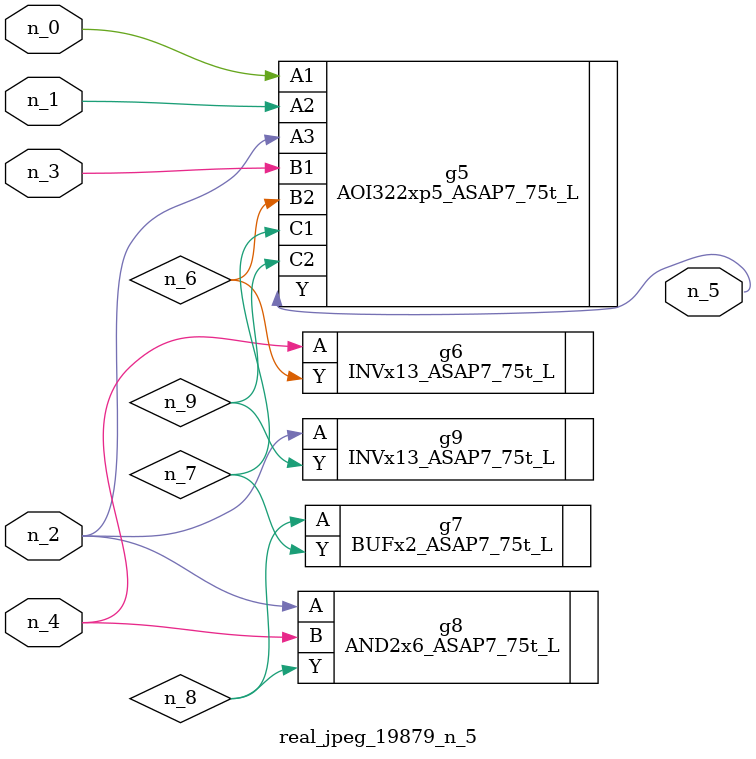
<source format=v>
module real_jpeg_19879_n_5 (n_4, n_0, n_1, n_2, n_3, n_5);

input n_4;
input n_0;
input n_1;
input n_2;
input n_3;

output n_5;

wire n_8;
wire n_6;
wire n_7;
wire n_9;

AOI322xp5_ASAP7_75t_L g5 ( 
.A1(n_0),
.A2(n_1),
.A3(n_2),
.B1(n_3),
.B2(n_6),
.C1(n_7),
.C2(n_9),
.Y(n_5)
);

AND2x6_ASAP7_75t_L g8 ( 
.A(n_2),
.B(n_4),
.Y(n_8)
);

INVx13_ASAP7_75t_L g9 ( 
.A(n_2),
.Y(n_9)
);

INVx13_ASAP7_75t_L g6 ( 
.A(n_4),
.Y(n_6)
);

BUFx2_ASAP7_75t_L g7 ( 
.A(n_8),
.Y(n_7)
);


endmodule
</source>
